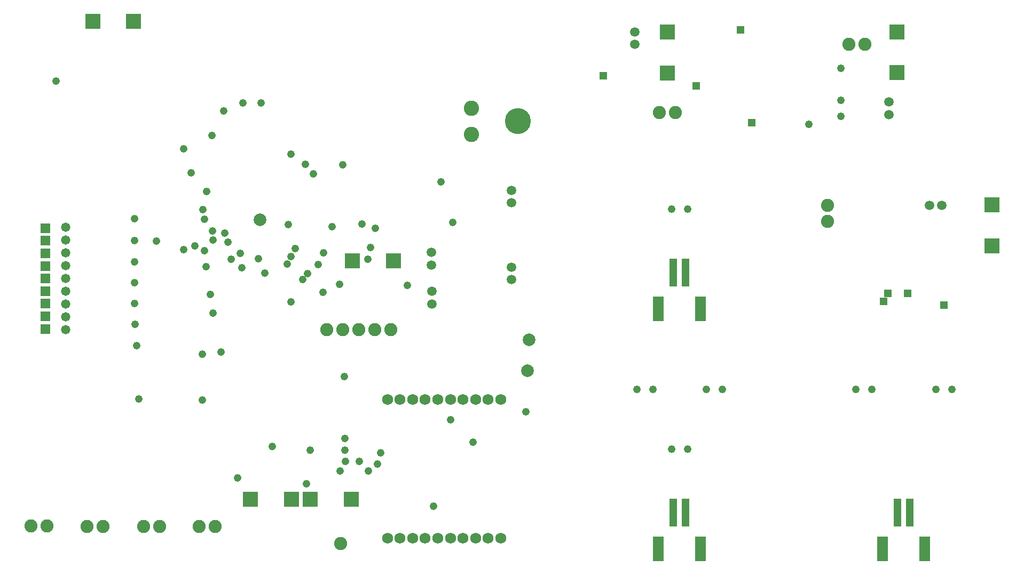
<source format=gbs>
G75*
G70*
%OFA0B0*%
%FSLAX24Y24*%
%IPPOS*%
%LPD*%
%AMOC8*
5,1,8,0,0,1.08239X$1,22.5*
%
%ADD10C,0.0595*%
%ADD11R,0.0595X0.0595*%
%ADD12C,0.0954*%
%ADD13C,0.1619*%
%ADD14R,0.0966X0.0966*%
%ADD15C,0.0820*%
%ADD16C,0.0680*%
%ADD17C,0.0580*%
%ADD18C,0.0477*%
%ADD19R,0.0513X0.1734*%
%ADD20R,0.0671X0.1537*%
%ADD21C,0.0789*%
%ADD22C,0.0476*%
%ADD23R,0.0476X0.0476*%
%ADD24C,0.0480*%
D10*
X027156Y016677D03*
X027156Y017464D03*
X027126Y019122D03*
X027126Y019909D03*
X032101Y018994D03*
X032101Y018207D03*
X032111Y022997D03*
X032111Y023784D03*
X039801Y032907D03*
X039801Y033694D03*
X055669Y029309D03*
X055669Y028521D03*
X058207Y022851D03*
X058994Y022851D03*
D11*
X003026Y021420D03*
X003026Y020633D03*
X003026Y019846D03*
X003026Y019058D03*
X003026Y018271D03*
X003026Y017483D03*
X003026Y016696D03*
X003026Y015909D03*
X003026Y015121D03*
D12*
X029613Y027286D03*
X029613Y028916D03*
D13*
X032502Y028101D03*
D14*
X041851Y031121D03*
X041851Y033680D03*
X056169Y033694D03*
X056169Y031135D03*
X062101Y022880D03*
X062101Y020321D03*
X024745Y019371D03*
X022186Y019371D03*
X022110Y004491D03*
X019551Y004491D03*
X018370Y004491D03*
X015811Y004491D03*
X008525Y034331D03*
X005966Y034331D03*
D15*
X002111Y002796D03*
X003111Y002796D03*
X005611Y002781D03*
X006611Y002781D03*
X009131Y002776D03*
X010131Y002776D03*
X012611Y002781D03*
X013611Y002781D03*
X021436Y001701D03*
X021576Y015086D03*
X020576Y015086D03*
X022576Y015086D03*
X023576Y015086D03*
X024576Y015086D03*
X041351Y028651D03*
X042351Y028651D03*
X051851Y022851D03*
X051851Y021851D03*
X053169Y032915D03*
X054169Y032915D03*
D16*
X031450Y010696D03*
X030662Y010696D03*
X029875Y010696D03*
X029088Y010696D03*
X028300Y010696D03*
X027513Y010696D03*
X026725Y010696D03*
X025938Y010696D03*
X025151Y010696D03*
X024363Y010696D03*
X024363Y002035D03*
X025151Y002035D03*
X025938Y002035D03*
X026725Y002035D03*
X027513Y002035D03*
X028300Y002035D03*
X029088Y002035D03*
X029875Y002035D03*
X030662Y002035D03*
X031450Y002035D03*
D17*
X004291Y015081D03*
X004291Y015881D03*
X004291Y016681D03*
X004291Y017481D03*
X004291Y018281D03*
X004291Y019081D03*
X004291Y019881D03*
X004291Y020681D03*
X004291Y021481D03*
D18*
X039936Y011351D03*
X040936Y011351D03*
X044266Y011351D03*
X045266Y011351D03*
X043101Y007601D03*
X042101Y007601D03*
X053601Y011351D03*
X054601Y011351D03*
X058601Y011351D03*
X059601Y011351D03*
X043101Y022601D03*
X042101Y022601D03*
D19*
X042207Y018632D03*
X042994Y018632D03*
X042994Y003632D03*
X042207Y003632D03*
X056207Y003632D03*
X056994Y003632D03*
D20*
X057920Y001369D03*
X055282Y001369D03*
X043920Y001369D03*
X041282Y001369D03*
X041282Y016369D03*
X043920Y016369D03*
D21*
X033201Y014451D03*
X033101Y012501D03*
X016401Y021951D03*
D22*
X018166Y021636D03*
X018616Y020136D03*
X018346Y019636D03*
X018106Y019171D03*
X019066Y018201D03*
X019391Y018571D03*
X020061Y019136D03*
X020371Y019886D03*
X020926Y021501D03*
X022786Y021671D03*
X023616Y021396D03*
X023301Y020196D03*
X023141Y019491D03*
X021386Y017916D03*
X020346Y017401D03*
X018346Y016806D03*
X016706Y018611D03*
X016321Y019521D03*
X015171Y019861D03*
X014606Y019491D03*
X015266Y018931D03*
X013056Y018996D03*
X012951Y020011D03*
X012356Y020296D03*
X011631Y020076D03*
X013476Y020681D03*
X013451Y021256D03*
X014226Y021121D03*
X014411Y020531D03*
X012956Y021981D03*
X012851Y022591D03*
X013091Y023726D03*
X012121Y024886D03*
X011661Y026391D03*
X013413Y027208D03*
X014141Y028746D03*
X015351Y029251D03*
X016466Y029241D03*
X018346Y026031D03*
X019236Y025411D03*
X019756Y024806D03*
X021576Y025371D03*
X027716Y024301D03*
X028431Y021791D03*
X025621Y017851D03*
X021686Y012156D03*
X021721Y008276D03*
X021711Y007561D03*
X021761Y006841D03*
X021421Y006241D03*
X022606Y006841D03*
X023166Y006261D03*
X023741Y006671D03*
X023956Y007376D03*
X019541Y007546D03*
X017176Y007791D03*
X015026Y005811D03*
X019328Y005449D03*
X027246Y004061D03*
X029711Y008036D03*
X028301Y009446D03*
X033001Y009946D03*
X013976Y013691D03*
X012811Y013531D03*
X008711Y014091D03*
X008621Y015416D03*
X008586Y016726D03*
X008586Y018001D03*
X008586Y019326D03*
X009951Y020621D03*
X008586Y020661D03*
X008586Y022011D03*
X013301Y017276D03*
X013491Y016096D03*
X012811Y010676D03*
X008856Y010741D03*
X003691Y030626D03*
D23*
X037851Y030951D03*
X043651Y030301D03*
X047101Y028001D03*
X046401Y033801D03*
X055601Y017351D03*
X055351Y016851D03*
X056851Y017351D03*
X059101Y016601D03*
D24*
X050669Y027915D03*
X052669Y028415D03*
X052669Y029415D03*
X052669Y031415D03*
M02*

</source>
